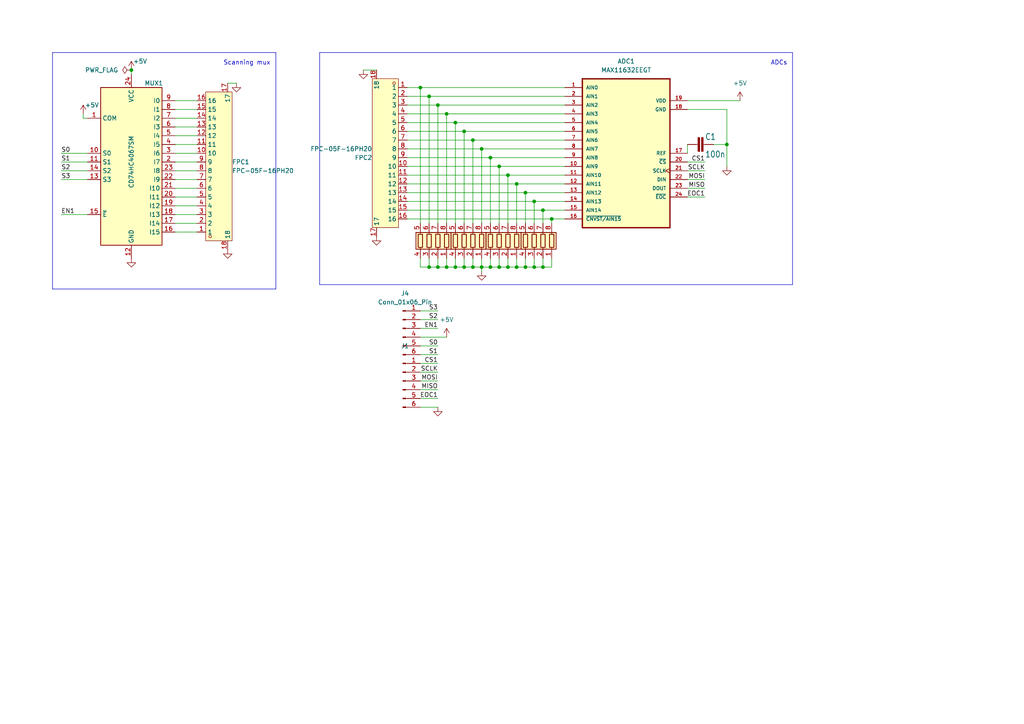
<source format=kicad_sch>
(kicad_sch (version 20231120) (generator "eeschema") (generator_version "8.0")
  (paper "A4")
  (lib_symbols
    (symbol "00_lcsc:FPC-05F-16PH20"
      (property "Reference" "FPC" (at 0 29.21 0))
      (property "Value" "FPC-05F-16PH20" (at 0 -29.21 0))
      (symbol "FPC-05F-16PH20_0_1"
        (rectangle (start -2.54 21.59) (end 5.08 -21.59) (fill (type background)))
        (circle (center -1.27 20.32) (radius 0.38))
        (pin unspecified line (at -5.08 19.05 0) (length 2.54) (name "1") (number "1"))
        (pin unspecified line (at -5.08 -3.81 0) (length 2.54) (name "10") (number "10"))
        (pin unspecified line (at -5.08 -6.35 0) (length 2.54) (name "11") (number "11"))
        (pin unspecified line (at -5.08 -8.89 0) (length 2.54) (name "12") (number "12"))
        (pin unspecified line (at -5.08 -11.43 0) (length 2.54) (name "13") (number "13"))
        (pin unspecified line (at -5.08 -13.97 0) (length 2.54) (name "14") (number "14"))
        (pin unspecified line (at -5.08 -16.51 0) (length 2.54) (name "15") (number "15"))
        (pin unspecified line (at -5.08 -19.05 0) (length 2.54) (name "16") (number "16"))
        (pin unspecified line (at 3.81 -24.13 90) (length 2.54) (name "17") (number "17"))
        (pin unspecified line (at 3.81 24.13 270) (length 2.54) (name "18") (number "18"))
        (pin unspecified line (at -5.08 16.51 0) (length 2.54) (name "2") (number "2"))
        (pin unspecified line (at -5.08 13.97 0) (length 2.54) (name "3") (number "3"))
        (pin unspecified line (at -5.08 11.43 0) (length 2.54) (name "4") (number "4"))
        (pin unspecified line (at -5.08 8.89 0) (length 2.54) (name "5") (number "5"))
        (pin unspecified line (at -5.08 6.35 0) (length 2.54) (name "6") (number "6"))
        (pin unspecified line (at -5.08 3.81 0) (length 2.54) (name "7") (number "7"))
        (pin unspecified line (at -5.08 1.27 0) (length 2.54) (name "8") (number "8"))
        (pin unspecified line (at -5.08 -1.27 0) (length 2.54) (name "9") (number "9"))
      )
    )
    (symbol "74xx:CD74HC4067SM"
      (property "Reference" "U" (at -8.89 22.86 0))
      (property "Value" "CD74HC4067SM" (at 1.27 22.86 0))
      (symbol "CD74HC4067SM_0_1"
        (rectangle (start -8.89 21.59) (end 8.89 -24.13) (stroke (width 0.254)) (fill (type background)))
      )
      (symbol "CD74HC4067SM_1_1"
        (pin passive line (at -12.7 12.7 0) (length 3.81) (name "COM") (number "1"))
        (pin input line (at -12.7 2.54 0) (length 3.81) (name "S0") (number "10"))
        (pin input line (at -12.7 0 0) (length 3.81) (name "S1") (number "11"))
        (pin power_in line (at 0 -27.94 90) (length 3.81) (name "GND") (number "12"))
        (pin input line (at -12.7 -5.08 0) (length 3.81) (name "S3") (number "13"))
        (pin input line (at -12.7 -2.54 0) (length 3.81) (name "S2") (number "14"))
        (pin input line (at -12.7 -15.24 0) (length 3.81) (name "~{E}") (number "15"))
        (pin passive line (at 12.7 -20.32 180) (length 3.81) (name "I15") (number "16"))
        (pin passive line (at 12.7 -17.78 180) (length 3.81) (name "I14") (number "17"))
        (pin passive line (at 12.7 -15.24 180) (length 3.81) (name "I13") (number "18"))
        (pin passive line (at 12.7 -12.7 180) (length 3.81) (name "I12") (number "19"))
        (pin passive line (at 12.7 0 180) (length 3.81) (name "I7") (number "2"))
        (pin passive line (at 12.7 -10.16 180) (length 3.81) (name "I11") (number "20"))
        (pin passive line (at 12.7 -7.62 180) (length 3.81) (name "I10") (number "21"))
        (pin passive line (at 12.7 -5.08 180) (length 3.81) (name "I9") (number "22"))
        (pin passive line (at 12.7 -2.54 180) (length 3.81) (name "I8") (number "23"))
        (pin power_in line (at 0 25.4 270) (length 3.81) (name "VCC") (number "24"))
        (pin passive line (at 12.7 2.54 180) (length 3.81) (name "I6") (number "3"))
        (pin passive line (at 12.7 5.08 180) (length 3.81) (name "I5") (number "4"))
        (pin passive line (at 12.7 7.62 180) (length 3.81) (name "I4") (number "5"))
        (pin passive line (at 12.7 10.16 180) (length 3.81) (name "I3") (number "6"))
        (pin passive line (at 12.7 12.7 180) (length 3.81) (name "I2") (number "7"))
        (pin passive line (at 12.7 15.24 180) (length 3.81) (name "I1") (number "8"))
        (pin passive line (at 12.7 17.78 180) (length 3.81) (name "I0") (number "9"))
      )
    )
    (symbol "Connector:Conn_01x06_Pin" (pin_names (offset 1.016) hide)
      (property "Reference" "J" (at 0 7.62 0))
      (property "Value" "Conn_01x06_Pin" (at 0 -10.16 0))
      (symbol "Conn_01x06_Pin_1_1"
        (polyline (pts (xy 1.27 -7.62) (xy 0.8636 -7.62)) (stroke (width 0.1524)))
        (polyline (pts (xy 1.27 -5.08) (xy 0.8636 -5.08)) (stroke (width 0.1524)))
        (polyline (pts (xy 1.27 -2.54) (xy 0.8636 -2.54)) (stroke (width 0.1524)))
        (polyline (pts (xy 1.27 0) (xy 0.8636 0)) (stroke (width 0.1524)))
        (polyline (pts (xy 1.27 2.54) (xy 0.8636 2.54)) (stroke (width 0.1524)))
        (polyline (pts (xy 1.27 5.08) (xy 0.8636 5.08)) (stroke (width 0.1524)))
        (rectangle (start 0.8636 -7.493) (end 0 -7.747) (stroke (width 0.1524)) (fill (type outline)))
        (rectangle (start 0.8636 -4.953) (end 0 -5.207) (stroke (width 0.1524)) (fill (type outline)))
        (rectangle (start 0.8636 -2.413) (end 0 -2.667) (stroke (width 0.1524)) (fill (type outline)))
        (rectangle (start 0.8636 0.127) (end 0 -0.127) (stroke (width 0.1524)) (fill (type outline)))
        (rectangle (start 0.8636 2.667) (end 0 2.413) (stroke (width 0.1524)) (fill (type outline)))
        (rectangle (start 0.8636 5.207) (end 0 4.953) (stroke (width 0.1524)) (fill (type outline)))
        (pin passive line (at 5.08 5.08 180) (length 3.81) (name "Pin_1") (number "1"))
        (pin passive line (at 5.08 2.54 180) (length 3.81) (name "Pin_2") (number "2"))
        (pin passive line (at 5.08 0 180) (length 3.81) (name "Pin_3") (number "3"))
        (pin passive line (at 5.08 -2.54 180) (length 3.81) (name "Pin_4") (number "4"))
        (pin passive line (at 5.08 -5.08 180) (length 3.81) (name "Pin_5") (number "5"))
        (pin passive line (at 5.08 -7.62 180) (length 3.81) (name "Pin_6") (number "6"))
      )
    )
    (symbol "Device:R_Pack04" (pin_names (offset 0) hide)
      (property "Reference" "RN" (at -7.62 0 90))
      (property "Value" "R_Pack04" (at 5.08 0 90))
      (symbol "R_Pack04_0_1"
        (rectangle (start -6.35 -2.413) (end 3.81 2.413) (stroke (width 0.254)) (fill (type background)))
        (rectangle (start -5.715 1.905) (end -4.445 -1.905) (stroke (width 0.254)))
        (rectangle (start -3.175 1.905) (end -1.905 -1.905) (stroke (width 0.254)))
        (rectangle (start -0.635 1.905) (end 0.635 -1.905) (stroke (width 0.254)))
        (polyline (pts (xy -5.08 -2.54) (xy -5.08 -1.905)))
        (polyline (pts (xy -5.08 1.905) (xy -5.08 2.54)))
        (polyline (pts (xy -2.54 -2.54) (xy -2.54 -1.905)))
        (polyline (pts (xy -2.54 1.905) (xy -2.54 2.54)))
        (polyline (pts (xy 0 -2.54) (xy 0 -1.905)))
        (polyline (pts (xy 0 1.905) (xy 0 2.54)))
        (polyline (pts (xy 2.54 -2.54) (xy 2.54 -1.905)))
        (polyline (pts (xy 2.54 1.905) (xy 2.54 2.54)))
        (rectangle (start 1.905 1.905) (end 3.175 -1.905) (stroke (width 0.254)))
      )
      (symbol "R_Pack04_1_1"
        (pin passive line (at -5.08 -5.08 90) (length 2.54) (name "R1.1") (number "1"))
        (pin passive line (at -2.54 -5.08 90) (length 2.54) (name "R2.1") (number "2"))
        (pin passive line (at 0 -5.08 90) (length 2.54) (name "R3.1") (number "3"))
        (pin passive line (at 2.54 -5.08 90) (length 2.54) (name "R4.1") (number "4"))
        (pin passive line (at 2.54 5.08 270) (length 2.54) (name "R4.2") (number "5"))
        (pin passive line (at 0 5.08 270) (length 2.54) (name "R3.2") (number "6"))
        (pin passive line (at -2.54 5.08 270) (length 2.54) (name "R2.2") (number "7"))
        (pin passive line (at -5.08 5.08 270) (length 2.54) (name "R1.2") (number "8"))
      )
    )
    (symbol "MAX11632EEGT:MAX11632EEGT" (pin_names (offset 1.016))
      (property "Reference" "U?" (at 0 29.21 0))
      (property "Value" "MAX11632EEGT" (at 0 26.67 0))
      (symbol "MAX11632EEGT_0_0"
        (rectangle (start -12.7 27.94) (end 12.7 -15.24) (stroke (width 0.4064)) (fill (type background)))
        (pin input line (at -17.78 25.4 0) (length 5.08) (name "AIN0") (number "1"))
        (pin input line (at -17.78 2.54 0) (length 5.08) (name "AIN9") (number "10"))
        (pin input line (at -17.78 0 0) (length 5.08) (name "AIN10") (number "11"))
        (pin input line (at -17.78 -2.54 0) (length 5.08) (name "AIN11") (number "12"))
        (pin input line (at -17.78 -5.08 0) (length 5.08) (name "AIN12") (number "13"))
        (pin input line (at -17.78 -7.62 0) (length 5.08) (name "AIN13") (number "14"))
        (pin input line (at -17.78 -10.16 0) (length 5.08) (name "AIN14") (number "15"))
        (pin input line (at -17.78 -12.7 0) (length 5.08) (name "~{CNVST/AIN15}") (number "16"))
        (pin input line (at 17.78 6.35 180) (length 5.08) (name "REF") (number "17"))
        (pin power_in line (at 17.78 19.05 180) (length 5.08) (name "GND") (number "18"))
        (pin power_in line (at 17.78 21.59 180) (length 5.08) (name "VDD") (number "19"))
        (pin input line (at -17.78 22.86 0) (length 5.08) (name "AIN1") (number "2"))
        (pin bidirectional line (at 17.78 3.81 180) (length 5.08) (name "~{CS}") (number "20"))
        (pin input clock (at 17.78 1.27 180) (length 5.08) (name "SCLK") (number "21"))
        (pin input line (at 17.78 -1.27 180) (length 5.08) (name "DIN") (number "22"))
        (pin output line (at 17.78 -3.81 180) (length 5.08) (name "DOUT") (number "23"))
        (pin bidirectional line (at 17.78 -6.35 180) (length 5.08) (name "~{EOC}") (number "24"))
        (pin input line (at -17.78 20.32 0) (length 5.08) (name "AIN2") (number "3"))
        (pin input line (at -17.78 17.78 0) (length 5.08) (name "AIN3") (number "4"))
        (pin input line (at -17.78 15.24 0) (length 5.08) (name "AIN4") (number "5"))
        (pin input line (at -17.78 12.7 0) (length 5.08) (name "AIN5") (number "6"))
        (pin input line (at -17.78 10.16 0) (length 5.08) (name "AIN6") (number "7"))
        (pin input line (at -17.78 7.62 0) (length 5.08) (name "AIN7") (number "8"))
        (pin input line (at -17.78 5.08 0) (length 5.08) (name "AIN8") (number "9"))
      )
    )
    (symbol "fsr_array-eagle-import:C-EUC0603"
      (property "Reference" "C" (at 1.524 0.381 0))
      (property "Value" "C-EUC0603" (at 1.524 -4.699 0))
      (symbol "C-EUC0603_1_0"
        (rectangle (start -2.032 -2.032) (end 2.032 -1.524) (fill (type outline)))
        (rectangle (start -2.032 -1.016) (end 2.032 -0.508) (fill (type outline)))
        (polyline (pts (xy 0 -2.54) (xy 0 -2.032)) (stroke (width 0.1524)))
        (polyline (pts (xy 0 0) (xy 0 -0.508)) (stroke (width 0.1524)))
        (pin passive line (at 0 2.54 270) (length 2.54) (name "1") (number "1"))
        (pin passive line (at 0 -5.08 90) (length 2.54) (name "2") (number "2"))
      )
    )
    (symbol "power:+5V" (power) (pin_names (offset 0))
      (property "Value" "+5V" (at 0 3.556 0))
      (symbol "+5V_0_1"
        (polyline (pts (xy -0.762 1.27) (xy 0 2.54)))
        (polyline (pts (xy 0 0) (xy 0 2.54)))
        (polyline (pts (xy 0 2.54) (xy 0.762 1.27)))
      )
      (symbol "+5V_1_1"
        (pin power_in line (at 0 0 90) (length 0) hide (name "+5V") (number "1"))
      )
    )
    (symbol "power:GND" (power) (pin_names (offset 0))
      (property "Value" "GND" (at 0 -3.81 0))
      (symbol "GND_0_1"
        (polyline (pts (xy 0 0) (xy 0 -1.27) (xy 1.27 -1.27) (xy 0 -2.54) (xy -1.27 -1.27) (xy 0 -1.27)))
      )
      (symbol "GND_1_1"
        (pin power_in line (at 0 0 270) (length 0) hide (name "GND") (number "1"))
      )
    )
    (symbol "power:PWR_FLAG" (power) (pin_numbers hide) (pin_names (offset 0) hide)
      (property "Value" "PWR_FLAG" (at 0 3.81 0))
      (symbol "PWR_FLAG_0_0"
        (pin power_out line (at 0 0 90) (length 0) (name "pwr") (number "1"))
      )
      (symbol "PWR_FLAG_0_1"
        (polyline (pts (xy 0 0) (xy 0 1.27) (xy -1.016 1.905) (xy 0 2.54) (xy 1.016 1.905) (xy 0 1.27)))
      )
    )
  )
  (junction (at 142.24 45.72))
  (junction (at 144.78 77.47))
  (junction (at 127 77.47))
  (junction (at 139.7 43.18))
  (junction (at 132.08 77.47))
  (junction (at 154.94 77.47))
  (junction (at 121.92 25.4))
  (junction (at 137.16 77.47))
  (junction (at 127 30.48))
  (junction (at 210.82 41.91))
  (junction (at 144.78 48.26))
  (junction (at 134.62 38.1))
  (junction (at 149.86 53.34))
  (junction (at 160.02 63.5))
  (junction (at 157.48 60.96))
  (junction (at 134.62 77.47))
  (junction (at 152.4 77.47))
  (junction (at 38.1 20.32))
  (junction (at 152.4 55.88))
  (junction (at 129.54 33.02))
  (junction (at 129.54 77.47))
  (junction (at 157.48 77.47))
  (junction (at 124.46 77.47))
  (junction (at 147.32 50.8))
  (junction (at 139.7 77.47))
  (junction (at 132.08 35.56))
  (junction (at 142.24 77.47))
  (junction (at 154.94 58.42))
  (junction (at 147.32 77.47))
  (junction (at 124.46 27.94))
  (junction (at 137.16 40.64))
  (junction (at 149.86 77.47))
  (wire (pts (xy 121.92 100.33) (xy 127 100.33)))
  (wire (pts (xy 134.62 74.93) (xy 134.62 77.47)))
  (wire (pts (xy 139.7 64.77) (xy 139.7 43.18)))
  (wire (pts (xy 121.92 107.95) (xy 127 107.95)))
  (polyline (pts (xy 92.71 15.24) (xy 229.87 15.24)))
  (wire (pts (xy 152.4 64.77) (xy 152.4 55.88)))
  (wire (pts (xy 57.15 34.29) (xy 50.8 34.29)))
  (wire (pts (xy 121.92 92.71) (xy 127 92.71)))
  (wire (pts (xy 149.86 77.47) (xy 147.32 77.47)))
  (polyline (pts (xy 80.01 83.82) (xy 80.01 15.24)))
  (wire (pts (xy 57.15 57.15) (xy 50.8 57.15)))
  (wire (pts (xy 132.08 64.77) (xy 132.08 35.56)))
  (wire (pts (xy 118.11 25.4) (xy 121.92 25.4)))
  (wire (pts (xy 207.01 41.91) (xy 210.82 41.91)))
  (wire (pts (xy 139.7 74.93) (xy 139.7 77.47)))
  (wire (pts (xy 139.7 43.18) (xy 163.83 43.18)))
  (wire (pts (xy 118.11 38.1) (xy 134.62 38.1)))
  (wire (pts (xy 199.39 46.99) (xy 204.47 46.99)))
  (wire (pts (xy 144.78 74.93) (xy 144.78 77.47)))
  (wire (pts (xy 118.11 30.48) (xy 127 30.48)))
  (wire (pts (xy 149.86 53.34) (xy 163.83 53.34)))
  (wire (pts (xy 142.24 45.72) (xy 163.83 45.72)))
  (wire (pts (xy 121.92 102.87) (xy 127 102.87)))
  (wire (pts (xy 118.11 43.18) (xy 139.7 43.18)))
  (wire (pts (xy 157.48 60.96) (xy 163.83 60.96)))
  (wire (pts (xy 199.39 54.61) (xy 204.47 54.61)))
  (wire (pts (xy 139.7 78.74) (xy 139.7 77.47)))
  (polyline (pts (xy 229.87 15.24) (xy 229.87 82.55)))
  (wire (pts (xy 121.92 113.03) (xy 127 113.03)))
  (wire (pts (xy 57.15 31.75) (xy 50.8 31.75)))
  (wire (pts (xy 121.92 25.4) (xy 163.83 25.4)))
  (wire (pts (xy 152.4 77.47) (xy 149.86 77.47)))
  (wire (pts (xy 127 64.77) (xy 127 30.48)))
  (wire (pts (xy 57.15 54.61) (xy 50.8 54.61)))
  (wire (pts (xy 154.94 74.93) (xy 154.94 77.47)))
  (wire (pts (xy 24.13 33.02) (xy 24.13 34.29)))
  (wire (pts (xy 118.11 53.34) (xy 149.86 53.34)))
  (wire (pts (xy 17.78 46.99) (xy 25.4 46.99)))
  (wire (pts (xy 57.15 59.69) (xy 50.8 59.69)))
  (wire (pts (xy 152.4 74.93) (xy 152.4 77.47)))
  (wire (pts (xy 142.24 64.77) (xy 142.24 45.72)))
  (wire (pts (xy 157.48 77.47) (xy 154.94 77.47)))
  (wire (pts (xy 57.15 39.37) (xy 50.8 39.37)))
  (wire (pts (xy 127 77.47) (xy 129.54 77.47)))
  (wire (pts (xy 160.02 64.77) (xy 160.02 63.5)))
  (wire (pts (xy 17.78 44.45) (xy 25.4 44.45)))
  (wire (pts (xy 118.11 27.94) (xy 124.46 27.94)))
  (wire (pts (xy 57.15 49.53) (xy 50.8 49.53)))
  (wire (pts (xy 199.39 49.53) (xy 204.47 49.53)))
  (wire (pts (xy 144.78 77.47) (xy 142.24 77.47)))
  (wire (pts (xy 154.94 58.42) (xy 163.83 58.42)))
  (wire (pts (xy 149.86 74.93) (xy 149.86 77.47)))
  (wire (pts (xy 199.39 44.45) (xy 199.39 41.91)))
  (wire (pts (xy 129.54 77.47) (xy 132.08 77.47)))
  (wire (pts (xy 132.08 77.47) (xy 134.62 77.47)))
  (wire (pts (xy 57.15 44.45) (xy 50.8 44.45)))
  (wire (pts (xy 118.11 35.56) (xy 132.08 35.56)))
  (wire (pts (xy 118.11 45.72) (xy 142.24 45.72)))
  (wire (pts (xy 137.16 40.64) (xy 163.83 40.64)))
  (wire (pts (xy 121.92 95.25) (xy 127 95.25)))
  (wire (pts (xy 149.86 64.77) (xy 149.86 53.34)))
  (wire (pts (xy 105.41 20.32) (xy 109.22 20.32)))
  (wire (pts (xy 154.94 77.47) (xy 152.4 77.47)))
  (wire (pts (xy 57.15 67.31) (xy 50.8 67.31)))
  (wire (pts (xy 57.15 36.83) (xy 50.8 36.83)))
  (wire (pts (xy 129.54 33.02) (xy 163.83 33.02)))
  (wire (pts (xy 132.08 35.56) (xy 163.83 35.56)))
  (wire (pts (xy 160.02 63.5) (xy 163.83 63.5)))
  (wire (pts (xy 124.46 64.77) (xy 124.46 27.94)))
  (wire (pts (xy 199.39 29.21) (xy 214.63 29.21)))
  (wire (pts (xy 127 118.11) (xy 121.92 118.11)))
  (wire (pts (xy 17.78 49.53) (xy 25.4 49.53)))
  (wire (pts (xy 134.62 38.1) (xy 163.83 38.1)))
  (wire (pts (xy 38.1 20.32) (xy 38.1 21.59)))
  (wire (pts (xy 124.46 27.94) (xy 163.83 27.94)))
  (wire (pts (xy 118.11 50.8) (xy 147.32 50.8)))
  (wire (pts (xy 137.16 74.93) (xy 137.16 77.47)))
  (wire (pts (xy 147.32 50.8) (xy 163.83 50.8)))
  (wire (pts (xy 121.92 110.49) (xy 127 110.49)))
  (wire (pts (xy 160.02 74.93) (xy 160.02 77.47)))
  (wire (pts (xy 57.15 46.99) (xy 50.8 46.99)))
  (wire (pts (xy 17.78 62.23) (xy 25.4 62.23)))
  (wire (pts (xy 132.08 74.93) (xy 132.08 77.47)))
  (wire (pts (xy 199.39 31.75) (xy 210.82 31.75)))
  (wire (pts (xy 152.4 55.88) (xy 163.83 55.88)))
  (polyline (pts (xy 15.24 15.24) (xy 15.24 83.82)))
  (wire (pts (xy 147.32 64.77) (xy 147.32 50.8)))
  (wire (pts (xy 118.11 40.64) (xy 137.16 40.64)))
  (wire (pts (xy 121.92 77.47) (xy 124.46 77.47)))
  (wire (pts (xy 118.11 55.88) (xy 152.4 55.88)))
  (polyline (pts (xy 229.87 82.55) (xy 92.71 82.55)))
  (wire (pts (xy 142.24 74.93) (xy 142.24 77.47)))
  (wire (pts (xy 160.02 77.47) (xy 157.48 77.47)))
  (wire (pts (xy 118.11 63.5) (xy 160.02 63.5)))
  (wire (pts (xy 57.15 29.21) (xy 50.8 29.21)))
  (wire (pts (xy 210.82 31.75) (xy 210.82 41.91)))
  (wire (pts (xy 157.48 64.77) (xy 157.48 60.96)))
  (wire (pts (xy 57.15 52.07) (xy 50.8 52.07)))
  (wire (pts (xy 24.13 34.29) (xy 25.4 34.29)))
  (wire (pts (xy 124.46 77.47) (xy 127 77.47)))
  (wire (pts (xy 127 74.93) (xy 127 77.47)))
  (polyline (pts (xy 15.24 83.82) (xy 80.01 83.82)))
  (wire (pts (xy 121.92 105.41) (xy 127 105.41)))
  (wire (pts (xy 121.92 90.17) (xy 127 90.17)))
  (wire (pts (xy 137.16 64.77) (xy 137.16 40.64)))
  (wire (pts (xy 154.94 64.77) (xy 154.94 58.42)))
  (wire (pts (xy 127 30.48) (xy 163.83 30.48)))
  (wire (pts (xy 118.11 60.96) (xy 157.48 60.96)))
  (wire (pts (xy 118.11 48.26) (xy 144.78 48.26)))
  (wire (pts (xy 137.16 77.47) (xy 139.7 77.47)))
  (wire (pts (xy 199.39 52.07) (xy 204.47 52.07)))
  (wire (pts (xy 124.46 74.93) (xy 124.46 77.47)))
  (wire (pts (xy 129.54 74.93) (xy 129.54 77.47)))
  (wire (pts (xy 57.15 64.77) (xy 50.8 64.77)))
  (wire (pts (xy 57.15 62.23) (xy 50.8 62.23)))
  (wire (pts (xy 121.92 64.77) (xy 121.92 25.4)))
  (wire (pts (xy 142.24 77.47) (xy 139.7 77.47)))
  (wire (pts (xy 157.48 74.93) (xy 157.48 77.47)))
  (wire (pts (xy 134.62 64.77) (xy 134.62 38.1)))
  (wire (pts (xy 210.82 41.91) (xy 210.82 48.26)))
  (wire (pts (xy 144.78 64.77) (xy 144.78 48.26)))
  (wire (pts (xy 57.15 41.91) (xy 50.8 41.91)))
  (wire (pts (xy 134.62 77.47) (xy 137.16 77.47)))
  (wire (pts (xy 118.11 58.42) (xy 154.94 58.42)))
  (wire (pts (xy 118.11 33.02) (xy 129.54 33.02)))
  (wire (pts (xy 68.58 24.13) (xy 66.04 24.13)))
  (wire (pts (xy 129.54 97.79) (xy 121.92 97.79)))
  (wire (pts (xy 147.32 74.93) (xy 147.32 77.47)))
  (wire (pts (xy 147.32 77.47) (xy 144.78 77.47)))
  (polyline (pts (xy 92.71 15.24) (xy 92.71 82.55)))
  (wire (pts (xy 121.92 74.93) (xy 121.92 77.47)))
  (wire (pts (xy 144.78 48.26) (xy 163.83 48.26)))
  (wire (pts (xy 129.54 64.77) (xy 129.54 33.02)))
  (wire (pts (xy 121.92 115.57) (xy 127 115.57)))
  (polyline (pts (xy 80.01 15.24) (xy 15.24 15.24)))
  (wire (pts (xy 199.39 57.15) (xy 204.47 57.15)))
  (wire (pts (xy 17.78 52.07) (xy 25.4 52.07)))
  (text "ADCs" (at 223.52 19.05 0) (effects (font (size 1.27 1.27)) (justify left bottom)))
  (text "Scanning mux" (at 64.77 19.05 0) (effects (font (size 1.27 1.27)) (justify left bottom)))
  (label "EOC1" (at 127 115.57 180))
  (label "MISO" (at 204.47 54.61 180))
  (label "S3" (at 127 90.17 180))
  (label "S2" (at 127 92.71 180))
  (label "SCLK" (at 127 107.95 180))
  (label "S0" (at 127 100.33 180))
  (label "EOC1" (at 204.47 57.15 180))
  (label "MISO" (at 127 113.03 180))
  (label "MOSI" (at 204.47 52.07 180))
  (label "S2" (at 17.78 49.53 0))
  (label "S1" (at 127 102.87 180))
  (label "CS1" (at 127 105.41 180))
  (label "S3" (at 17.78 52.07 0))
  (label "EN1" (at 127 95.25 180))
  (label "CS1" (at 204.47 46.99 180))
  (label "S1" (at 17.78 46.99 0))
  (label "MOSI" (at 127 110.49 180))
  (label "EN1" (at 17.78 62.23 0))
  (label "SCLK" (at 204.47 49.53 180))
  (label "S0" (at 17.78 44.45 0))
  (symbol (lib_id "power:GND") (at 68.58 24.13 0) (unit 1)
    (property "Reference" "#PWR011" (effects (hide yes)))
    (property "Value" "GND" (effects (hide yes)))
  )
  (symbol (lib_id "power:GND") (at 38.1 74.93 0) (unit 1)
    (property "Reference" "#PWR07" (effects (hide yes)))
    (property "Value" "GND" (effects (hide yes)))
  )
  (symbol (lib_id "Connector:Conn_01x06_Pin") (at 116.84 95.25 0) (unit 1)
    (property "Reference" "J4" (at 117.475 85.09 0))
    (property "Value" "Conn_01x06_Pin" (at 117.475 87.63 0))
    (property "Footprint" "Connector_PinSocket_2.54mm:PinSocket_1x06_P2.54mm_Vertical" (effects (hide yes)))
    (property "Description" "Generic connector, single row, 01x06, script generated" (effects (hide yes)))
  )
  (symbol (lib_id "MAX11632EEGT:MAX11632EEGT") (at 181.61 50.8 0) (unit 1)
    (property "Reference" "ADC1" (at 181.61 17.78 0))
    (property "Value" "MAX11632EEGT" (at 181.61 20.32 0))
    (property "Footprint" "00_custom-footprints:MAX11632EEGT" (effects (hide yes)))
  )
  (symbol (lib_id "Device:R_Pack04") (at 124.46 69.85 0) (mirror y) (unit 1)
    (property "Reference" "RN1" (effects (hide yes)))
    (property "Value" "R_Pack04" (effects (hide yes)))
    (property "Footprint" "Resistor_SMD:R_Array_Convex_4x0402" (effects (hide yes)))
  )
  (symbol (lib_id "power:PWR_FLAG") (at 38.1 20.32 90) (unit 1)
    (property "Reference" "#FLG01" (effects (hide yes)))
    (property "Value" "PWR_FLAG" (at 34.29 20.3199 90) (effects (justify left)))
  )
  (symbol (lib_id "fsr_array-eagle-import:C-EUC0603") (at 201.93 41.91 90) (unit 1)
    (property "Reference" "C1" (at 204.47 40.64 90) (effects (font (size 1.778 1.5113)) (justify right top)))
    (property "Value" "100n" (at 204.47 45.72 90) (effects (font (size 1.778 1.5113)) (justify right top)))
    (property "Footprint" "Capacitor_SMD:C_0402_1005Metric" (effects (hide yes)))
  )
  (symbol (lib_id "Device:R_Pack04") (at 134.62 69.85 0) (mirror y) (unit 1)
    (property "Reference" "RN2" (effects (hide yes)))
    (property "Value" "R_Pack04" (effects (hide yes)))
    (property "Footprint" "Resistor_SMD:R_Array_Convex_4x0402" (effects (hide yes)))
  )
  (symbol (lib_id "power:GND") (at 139.7 78.74 0) (unit 1)
    (property "Reference" "#PWR06" (effects (hide yes)))
    (property "Value" "GND" (effects (hide yes)))
  )
  (symbol (lib_id "Connector:Conn_01x06_Pin") (at 116.84 110.49 0) (unit 1)
    (property "Reference" "J1" (at 117.475 100.33 0))
    (property "Value" "Conn_01x06_Pin" (effects (hide yes)))
    (property "Footprint" "Connector_PinSocket_2.54mm:PinSocket_1x06_P2.54mm_Vertical" (effects (hide yes)))
    (property "Description" "Generic connector, single row, 01x06, script generated" (effects (hide yes)))
  )
  (symbol (lib_id "Device:R_Pack04") (at 154.94 69.85 0) (mirror y) (unit 1)
    (property "Reference" "RN4" (effects (hide yes)))
    (property "Value" "R_Pack04" (effects (hide yes)))
    (property "Footprint" "Resistor_SMD:R_Array_Convex_4x0402" (effects (hide yes)))
  )
  (symbol (lib_id "00_lcsc:FPC-05F-16PH20") (at 62.23 48.26 0) (mirror x) (unit 1)
    (property "Reference" "FPC1" (at 67.31 46.9899 0) (effects (justify left)))
    (property "Value" "FPC-05F-16PH20" (at 67.31 49.5299 0) (effects (justify left)))
    (property "Footprint" "00_lcsc:FPC-SMD_16P-P0.50_FPC-05F-16PH20" (effects (hide yes)))
    (property "LCSC Part" "C2856801" (effects (hide yes)))
  )
  (symbol (lib_id "power:GND") (at 66.04 72.39 0) (unit 1)
    (property "Reference" "#PWR02" (effects (hide yes)))
    (property "Value" "GND" (effects (hide yes)))
  )
  (symbol (lib_id "power:+5V") (at 38.1 20.32 0) (unit 1)
    (property "Reference" "#PWR01" (effects (hide yes)))
    (property "Value" "+5V" (at 40.64 17.78 0))
  )
  (symbol (lib_id "power:+5V") (at 214.63 29.21 0) (unit 1)
    (property "Reference" "#PWR03" (effects (hide yes)))
    (property "Value" "+5V" (at 214.63 24.13 0))
  )
  (symbol (lib_id "power:+5V") (at 129.54 97.79 0) (mirror y) (unit 1)
    (property "Reference" "#PWR010" (effects (hide yes)))
    (property "Value" "+5V" (at 129.54 92.71 0))
  )
  (symbol (lib_id "power:GND") (at 210.82 48.26 0) (unit 1)
    (property "Reference" "#PWR05" (effects (hide yes)))
    (property "Value" "GND" (effects (hide yes)))
  )
  (symbol (lib_id "power:+5V") (at 24.13 33.02 0) (unit 1)
    (property "Reference" "#PWR04" (effects (hide yes)))
    (property "Value" "+5V" (at 26.67 30.48 0))
  )
  (symbol (lib_id "00_lcsc:FPC-05F-16PH20") (at 113.03 44.45 0) (mirror y) (unit 1)
    (property "Reference" "FPC2" (at 107.95 45.7201 0) (effects (justify left)))
    (property "Value" "FPC-05F-16PH20" (at 107.95 43.1801 0) (effects (justify left)))
    (property "Footprint" "00_lcsc:FPC-SMD_16P-P0.50_FPC-05F-16PH20" (effects (hide yes)))
    (property "LCSC Part" "C2856801" (effects (hide yes)))
  )
  (symbol (lib_id "power:GND") (at 127 118.11 0) (mirror y) (unit 1)
    (property "Reference" "#PWR09" (effects (hide yes)))
    (property "Value" "GND" (effects (hide yes)))
  )
  (symbol (lib_id "74xx:CD74HC4067SM") (at 38.1 46.99 0) (unit 1)
    (property "Reference" "MUX1" (at 41.91 24.13 0) (effects (justify left)))
    (property "Value" "CD74HC4067SM" (at 38.1 54.61 90) (effects (justify left)))
    (property "Footprint" "Package_SO:SSOP-24_5.3x8.2mm_P0.65mm" (effects (hide yes)))
    (property "Datasheet" "http://www.ti.com/lit/ds/symlink/cd74hc4067.pdf" (effects (hide yes)))
  )
  (symbol (lib_id "power:GND") (at 105.41 20.32 0) (unit 1)
    (property "Reference" "#PWR012" (effects (hide yes)))
    (property "Value" "GND" (effects (hide yes)))
  )
  (symbol (lib_id "Device:R_Pack04") (at 144.78 69.85 0) (mirror y) (unit 1)
    (property "Reference" "RN3" (effects (hide yes)))
    (property "Value" "R_Pack04" (effects (hide yes)))
    (property "Footprint" "Resistor_SMD:R_Array_Convex_4x0402" (effects (hide yes)))
  )
  (symbol (lib_id "power:GND") (at 109.22 68.58 0) (unit 1)
    (property "Reference" "#PWR08" (effects (hide yes)))
    (property "Value" "GND" (effects (hide yes)))
  )
)
</source>
